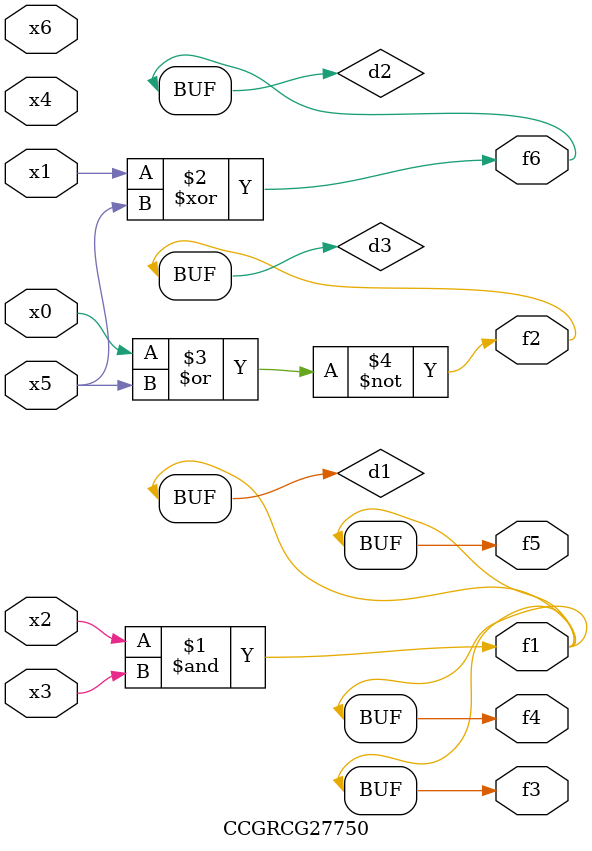
<source format=v>
module CCGRCG27750(
	input x0, x1, x2, x3, x4, x5, x6,
	output f1, f2, f3, f4, f5, f6
);

	wire d1, d2, d3;

	and (d1, x2, x3);
	xor (d2, x1, x5);
	nor (d3, x0, x5);
	assign f1 = d1;
	assign f2 = d3;
	assign f3 = d1;
	assign f4 = d1;
	assign f5 = d1;
	assign f6 = d2;
endmodule

</source>
